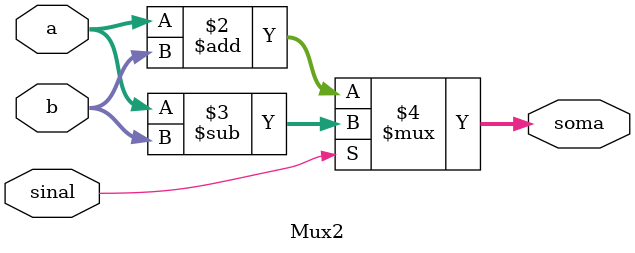
<source format=v>
module Mux2 (a,b,sinal, soma);

input signed [63:0] a, b;
output signed [63:0] soma;
input sinal;


assign soma = (sinal == 1'b0) ? (a + b):(a-b);
            
endmodule
</source>
